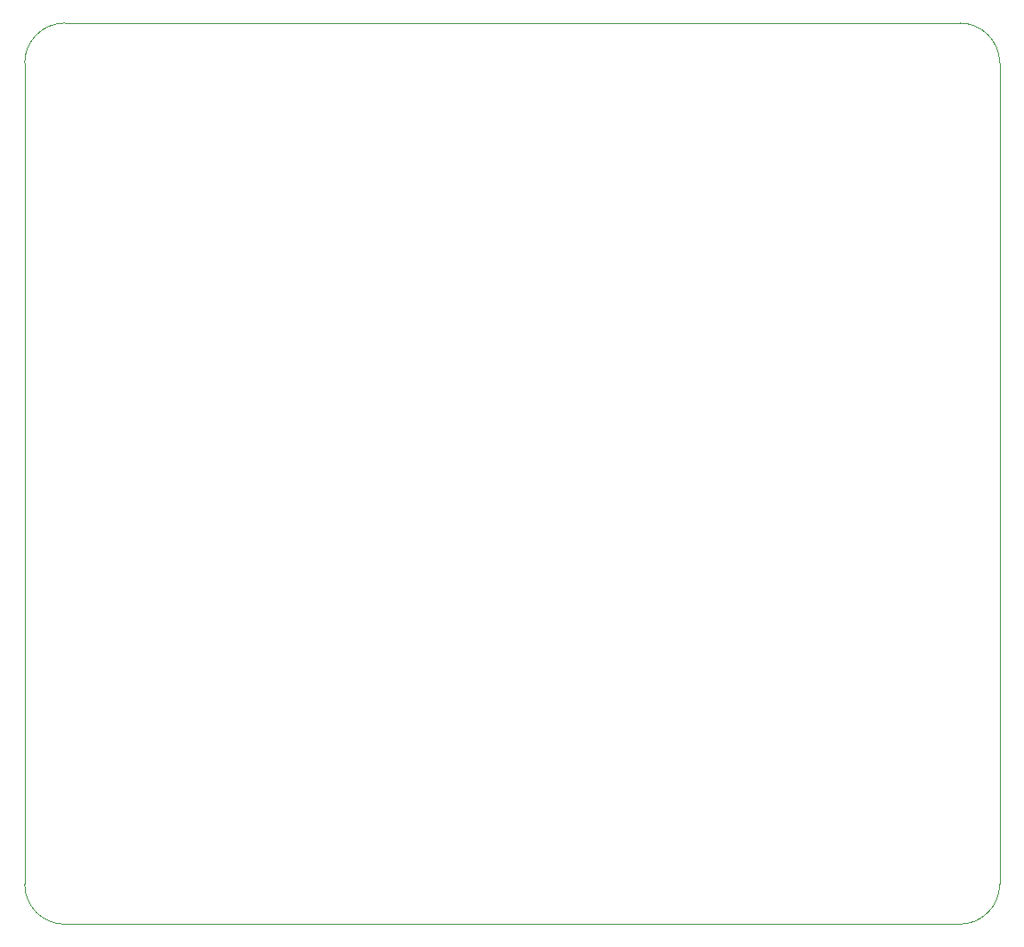
<source format=gbr>
%TF.GenerationSoftware,KiCad,Pcbnew,(6.0.0)*%
%TF.CreationDate,2022-03-21T15:06:36+09:00*%
%TF.ProjectId,MotorDriver base unit,4d6f746f-7244-4726-9976-657220626173,rev?*%
%TF.SameCoordinates,Original*%
%TF.FileFunction,Profile,NP*%
%FSLAX46Y46*%
G04 Gerber Fmt 4.6, Leading zero omitted, Abs format (unit mm)*
G04 Created by KiCad (PCBNEW (6.0.0)) date 2022-03-21 15:06:36*
%MOMM*%
%LPD*%
G01*
G04 APERTURE LIST*
%TA.AperFunction,Profile*%
%ADD10C,0.050000*%
%TD*%
G04 APERTURE END LIST*
D10*
X125730000Y-106045000D02*
X125730000Y-27940000D01*
X121920000Y-109855000D02*
G75*
G03*
X125730000Y-106045000I1J3809999D01*
G01*
X36830000Y-24130000D02*
G75*
G03*
X33020000Y-27940000I-1J-3809999D01*
G01*
X33020000Y-27940000D02*
X33020000Y-106045000D01*
X121920000Y-24130000D02*
X36830000Y-24130000D01*
X36830000Y-109855000D02*
X121920000Y-109855000D01*
X33020000Y-106045000D02*
G75*
G03*
X36830000Y-109855000I3809999J-1D01*
G01*
X125730000Y-27940000D02*
G75*
G03*
X121920000Y-24130000I-3809999J1D01*
G01*
M02*

</source>
